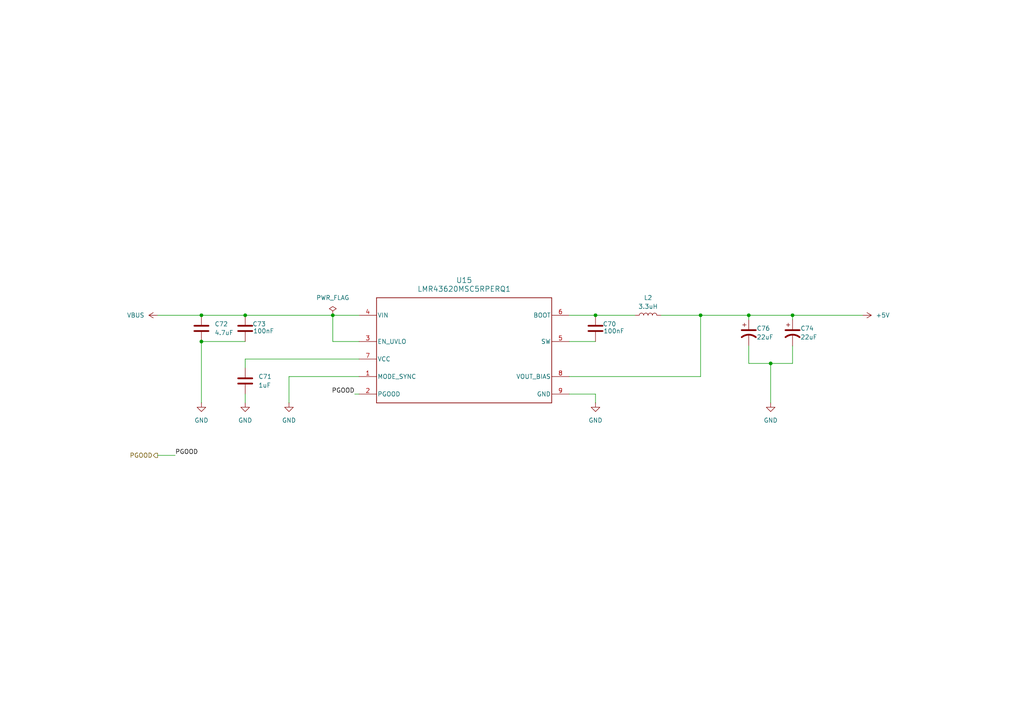
<source format=kicad_sch>
(kicad_sch (version 20250114) (generator "eeschema") (generator_version "9.0")
  (paper "A4")
  (title_block (title "Housekeeping supplies") (rev "1") (company "Solar Airplane") (comment 1 "Engineer: Ezzat Suhaime") (comment 2 "Reviewer:"))
  (lib_symbols
    (symbol "Device:C" (pin_numbers (hide yes)) (pin_names (offset 0.254))
      (property "Reference" "C" (at 0.635 2.54 0))
      (property "Value" "C" (at 0.635 -2.54 0))
      (symbol "C_0_1"
        (polyline (pts (xy -2.032 0.762) (xy 2.032 0.762)) (stroke (width 0.508)))
        (polyline (pts (xy -2.032 -0.762) (xy 2.032 -0.762)) (stroke (width 0.508)))
      )
      (symbol "C_1_1"
        (pin passive line (at 0 3.81 270) (length 2.794) (name "~") (number "1"))
        (pin passive line (at 0 -3.81 90) (length 2.794) (name "~") (number "2"))
      )
    )
    (symbol "Device:C_Polarized_US" (pin_numbers (hide yes)) (pin_names (offset 0.254) (hide yes))
      (property "Reference" "C" (at 0.635 2.54 0))
      (property "Value" "C_Polarized_US" (at 0.635 -2.54 0))
      (symbol "C_Polarized_US_0_1"
        (polyline (pts (xy -2.032 0.762) (xy 2.032 0.762)) (stroke (width 0.508)))
        (polyline (pts (xy -1.778 2.286) (xy -0.762 2.286)))
        (polyline (pts (xy -1.27 1.778) (xy -1.27 2.794)))
        (arc (start -2.032 -1.27) (mid 0 -0.5572) (end 2.032 -1.27) (stroke (width 0.508)))
      )
      (symbol "C_Polarized_US_1_1"
        (pin passive line (at 0 3.81 270) (length 2.794) (name "~") (number "1"))
        (pin passive line (at 0 -3.81 90) (length 3.302) (name "~") (number "2"))
      )
    )
    (symbol "Device:L" (pin_numbers (hide yes)) (pin_names (offset 1.016) (hide yes))
      (property "Reference" "L" (at -1.27 0 90))
      (property "Value" "L" (at 1.905 0 90))
      (symbol "L_0_1"
        (arc (start 0 2.54) (mid 0.6323 1.905) (end 0 1.27))
        (arc (start 0 1.27) (mid 0.6323 0.635) (end 0 0))
        (arc (start 0 0) (mid 0.6323 -0.635) (end 0 -1.27))
        (arc (start 0 -1.27) (mid 0.6323 -1.905) (end 0 -2.54))
      )
      (symbol "L_1_1"
        (pin passive line (at 0 3.81 270) (length 1.27) (name "1") (number "1"))
        (pin passive line (at 0 -3.81 90) (length 1.27) (name "2") (number "2"))
      )
    )
    (symbol "_LMR43620Q1:LMR43620MSC3RPERQ1" (pin_names (offset 0.254))
      (property "Reference" "U15" (at 30.48 10.16 0))
      (property "Value" "LMR43620MSC5RPERQ1" (at 30.48 7.62 0))
      (symbol "LMR43620MSC3RPERQ1_0_1"
        (polyline (pts (xy 5.08 5.08) (xy 5.08 -25.4)) (stroke (width 0.2032)))
        (polyline (pts (xy 5.08 -25.4) (xy 55.88 -25.4)) (stroke (width 0.2032)))
        (polyline (pts (xy 55.88 5.08) (xy 5.08 5.08)) (stroke (width 0.2032)))
        (polyline (pts (xy 55.88 -25.4) (xy 55.88 5.08)) (stroke (width 0.2032)))
        (pin power_in line (at 0 0 0) (length 5.08) (name "VIN") (number "4"))
        (pin input line (at 0 -7.62 0) (length 5.08) (name "EN_UVLO") (number "3"))
        (pin input line (at 0 -17.78 0) (length 5.08) (name "MODE_SYNC") (number "1"))
        (pin open_collector line (at 0 -22.86 0) (length 5.08) (name "PGOOD") (number "2"))
        (pin power_in line (at 60.96 -17.78 180) (length 5.08) (name "VOUT_BIAS") (number "8"))
        (pin power_in line (at 60.96 -22.86 180) (length 5.08) (name "GND") (number "9"))
      )
      (symbol "LMR43620MSC3RPERQ1_1_1"
        (pin passive line (at 0 -12.7 0) (length 5.08) (name "VCC") (number "7"))
        (pin passive line (at 60.96 0 180) (length 5.08) (name "BOOT") (number "6"))
        (pin passive line (at 60.96 -7.62 180) (length 5.08) (name "SW") (number "5"))
      )
    )
    (symbol "power:+5V" (power) (pin_numbers (hide yes)) (pin_names (offset 0) (hide yes))
      (property "Value" "+5V" (at 0 3.556 0))
      (symbol "+5V_0_1"
        (polyline (pts (xy -0.762 1.27) (xy 0 2.54)))
        (polyline (pts (xy 0 2.54) (xy 0.762 1.27)))
        (polyline (pts (xy 0 0) (xy 0 2.54)))
      )
      (symbol "+5V_1_1"
        (pin power_in line (at 0 0 90) (length 0) (name "~") (number "1"))
      )
    )
    (symbol "power:GND" (power) (pin_numbers (hide yes)) (pin_names (offset 0) (hide yes))
      (property "Value" "GND" (at 0 -3.81 0))
      (symbol "GND_0_1"
        (polyline (pts (xy 0 0) (xy 0 -1.27) (xy 1.27 -1.27) (xy 0 -2.54) (xy -1.27 -1.27) (xy 0 -1.27)))
      )
      (symbol "GND_1_1"
        (pin power_in line (at 0 0 270) (length 0) (name "~") (number "1"))
      )
    )
    (symbol "power:PWR_FLAG" (power) (pin_numbers (hide yes)) (pin_names (offset 0) (hide yes))
      (property "Value" "PWR_FLAG" (at 0 3.81 0))
      (symbol "PWR_FLAG_0_0"
        (pin power_out line (at 0 0 90) (length 0) (name "~") (number "1"))
      )
      (symbol "PWR_FLAG_0_1"
        (polyline (pts (xy 0 0) (xy 0 1.27) (xy -1.016 1.905) (xy 0 2.54) (xy 1.016 1.905) (xy 0 1.27)))
      )
    )
    (symbol "power:VBUS" (power) (pin_numbers (hide yes)) (pin_names (offset 0) (hide yes))
      (property "Value" "VBUS" (at 0 3.556 0))
      (symbol "VBUS_0_1"
        (polyline (pts (xy -0.762 1.27) (xy 0 2.54)))
        (polyline (pts (xy 0 2.54) (xy 0.762 1.27)))
        (polyline (pts (xy 0 0) (xy 0 2.54)))
      )
      (symbol "VBUS_1_1"
        (pin power_in line (at 0 0 90) (length 0) (name "~") (number "1"))
      )
    )
  )
  (junction (at 96.52 91.44))
  (junction (at 58.42 99.06))
  (junction (at 203.2 91.44))
  (junction (at 229.87 91.44))
  (junction (at 172.72 91.44))
  (junction (at 223.52 105.41))
  (junction (at 71.12 91.44))
  (junction (at 58.42 91.44))
  (junction (at 217.17 91.44))
  (wire (pts (xy 71.12 116.84) (xy 71.12 114.3)))
  (wire (pts (xy 71.12 104.14) (xy 71.12 106.68)))
  (wire (pts (xy 71.12 91.44) (xy 96.52 91.44)))
  (wire (pts (xy 172.72 114.3) (xy 172.72 116.84)))
  (wire (pts (xy 58.42 99.06) (xy 58.42 116.84)))
  (wire (pts (xy 217.17 105.41) (xy 223.52 105.41)))
  (wire (pts (xy 229.87 91.44) (xy 250.19 91.44)))
  (wire (pts (xy 102.87 114.3) (xy 104.14 114.3)))
  (wire (pts (xy 45.72 132.08) (xy 50.8 132.08)))
  (wire (pts (xy 165.1 99.06) (xy 172.72 99.06)))
  (wire (pts (xy 96.52 91.44) (xy 104.14 91.44)))
  (wire (pts (xy 83.82 109.22) (xy 83.82 116.84)))
  (wire (pts (xy 203.2 91.44) (xy 203.2 109.22)))
  (wire (pts (xy 229.87 92.71) (xy 229.87 91.44)))
  (wire (pts (xy 96.52 99.06) (xy 104.14 99.06)))
  (wire (pts (xy 58.42 91.44) (xy 71.12 91.44)))
  (wire (pts (xy 71.12 104.14) (xy 104.14 104.14)))
  (wire (pts (xy 83.82 109.22) (xy 104.14 109.22)))
  (wire (pts (xy 165.1 114.3) (xy 172.72 114.3)))
  (wire (pts (xy 172.72 91.44) (xy 184.15 91.44)))
  (wire (pts (xy 45.72 91.44) (xy 58.42 91.44)))
  (wire (pts (xy 217.17 92.71) (xy 217.17 91.44)))
  (wire (pts (xy 229.87 105.41) (xy 229.87 100.33)))
  (wire (pts (xy 217.17 91.44) (xy 229.87 91.44)))
  (wire (pts (xy 203.2 91.44) (xy 217.17 91.44)))
  (wire (pts (xy 165.1 109.22) (xy 203.2 109.22)))
  (wire (pts (xy 58.42 99.06) (xy 71.12 99.06)))
  (wire (pts (xy 217.17 105.41) (xy 217.17 100.33)))
  (wire (pts (xy 165.1 91.44) (xy 172.72 91.44)))
  (wire (pts (xy 96.52 91.44) (xy 96.52 99.06)))
  (wire (pts (xy 191.77 91.44) (xy 203.2 91.44)))
  (wire (pts (xy 223.52 105.41) (xy 223.52 116.84)))
  (wire (pts (xy 223.52 105.41) (xy 229.87 105.41)))
  (label "PGOOD" (at 102.87 114.3 180))
  (label "PGOOD" (at 50.8 132.08 0))
  (hierarchical_label "PGOOD" (shape output) (at 45.72 132.08 180))
  (symbol (lib_id "power:GND") (at 172.72 116.84 0) (unit 1)
    (property "Reference" "#PWR0117" (effects (hide yes)))
    (property "Value" "GND" (at 172.72 121.92 0))
    (property "Description" "Power symbol creates a global label with name \"GND\" , ground" (effects (hide yes)))
  )
  (symbol (lib_id "_LMR43620Q1:LMR43620MSC3RPERQ1") (at 104.14 91.44 0) (unit 1)
    (property "Reference" "U15" (at 134.62 81.28 0) (effects (font (size 1.524 1.524))))
    (property "Value" "LMR43620MSC5RPERQ1" (at 134.62 83.82 0) (effects (font (size 1.524 1.524))))
    (property "Footprint" "_Power_Board:RPE0009A-MFG" (effects (hide yes)))
    (property "Datasheet" "https://www.ti.com/lit/gpn/lmr43620-q1" (effects (hide yes)))
    (property "Description" "IC REG BUCK ADJ/5V 2A 9VQFN" (effects (hide yes)))
    (property "Mfr" "Texas Instruments" (effects (hide yes)))
    (property "Mfr P/N" "LMR43620MSC5RPERQ1" (effects (hide yes)))
    (property "Supplier_1" "Digikey" (effects (hide yes)))
    (property "Supplier_1 P/N" "296-LMR43620MSC5RPERQ1TR-ND" (effects (hide yes)))
    (property "Supplier_1 Unit Price" "3.81000" (effects (hide yes)))
    (property "Supplier_1 Price @ Qty" "1" (effects (hide yes)))
  )
  (symbol (lib_id "Device:C_Polarized_US") (at 217.17 96.52 0) (unit 1)
    (property "Reference" "C76" (at 219.456 95.25 0) (effects (justify left)))
    (property "Value" "22uF" (at 219.456 97.79 0) (effects (justify left)))
    (property "Footprint" "Capacitor_SMD:CP_Elec_6.3x5.9" (effects (hide yes)))
    (property "Datasheet" "https://industrial.panasonic.com/cdbs/www-data/pdf/RDD0000/ABA0000C1234.pdf" (effects (hide yes)))
    (property "Description" "CAP ALUM HYBRID 22UF 20% 50V SMD" (effects (hide yes)))
    (property "Mfr" "Panasonic Electronic Components" (effects (hide yes)))
    (property "Mfr P/N" "EEH-ZC1H220P" (effects (hide yes)))
    (property "Supplier_1" "Digikey" (effects (hide yes)))
    (property "Supplier_1 P/N" "P15463TR-ND" (effects (hide yes)))
    (property "Supplier_1 Unit Price" "0.83000" (effects (hide yes)))
    (property "Supplier_1 Price @ Qty" "1" (effects (hide yes)))
  )
  (symbol (lib_id "power:GND") (at 223.52 116.84 0) (unit 1)
    (property "Reference" "#PWR0122" (effects (hide yes)))
    (property "Value" "GND" (at 223.52 121.92 0))
    (property "Description" "Power symbol creates a global label with name \"GND\" , ground" (effects (hide yes)))
  )
  (symbol (lib_id "power:GND") (at 71.12 116.84 0) (unit 1)
    (property "Reference" "#PWR0118" (effects (hide yes)))
    (property "Value" "GND" (at 71.12 121.92 0))
    (property "Description" "Power symbol creates a global label with name \"GND\" , ground" (effects (hide yes)))
  )
  (symbol (lib_id "power:GND") (at 83.82 116.84 0) (unit 1)
    (property "Reference" "#PWR0121" (effects (hide yes)))
    (property "Value" "GND" (at 83.82 121.92 0))
    (property "Description" "Power symbol creates a global label with name \"GND\" , ground" (effects (hide yes)))
  )
  (symbol (lib_id "Device:L") (at 187.96 91.44 90) (unit 1)
    (property "Reference" "L2" (at 187.96 86.36 90))
    (property "Value" "3.3uH" (at 187.96 88.9 90))
    (property "Footprint" "Inductor_SMD:L_Bourns_SRN6045TA" (effects (hide yes)))
    (property "Datasheet" "https://www.bourns.com/docs/Product-Datasheets/SRN6045TA.pdf" (effects (hide yes)))
    (property "Description" "FIXED IND 3.3UH 5A 21 MOHM SMD" (effects (hide yes)))
    (property "Mfr" "Bourns Inc." (effects (hide yes)))
    (property "Mfr P/N" "SRN6045TA-3R3Y" (effects (hide yes)))
    (property "Supplier_1" "Digikey" (effects (hide yes)))
    (property "Supplier_1 P/N" "SRN6045TA-3R3YTR-ND" (effects (hide yes)))
    (property "Supplier_1 Unit Price" "0.45000" (effects (hide yes)))
    (property "Supplier_1 Price @ Qty" "1" (effects (hide yes)))
  )
  (symbol (lib_id "power:PWR_FLAG") (at 96.52 91.44 0) (unit 1)
    (property "Reference" "#FLG01" (effects (hide yes)))
    (property "Value" "PWR_FLAG" (at 96.52 86.36 0))
    (property "Description" "Special symbol for telling ERC where power comes from" (effects (hide yes)))
  )
  (symbol (lib_id "Device:C_Polarized_US") (at 229.87 96.52 0) (unit 1)
    (property "Reference" "C74" (at 232.156 95.25 0) (effects (justify left)))
    (property "Value" "22uF" (at 232.156 97.79 0) (effects (justify left)))
    (property "Footprint" "Capacitor_SMD:CP_Elec_6.3x5.9" (effects (hide yes)))
    (property "Datasheet" "https://industrial.panasonic.com/cdbs/www-data/pdf/RDD0000/ABA0000C1234.pdf" (effects (hide yes)))
    (property "Description" "CAP ALUM HYBRID 22UF 20% 50V SMD" (effects (hide yes)))
    (property "Mfr" "Panasonic Electronic Components" (effects (hide yes)))
    (property "Mfr P/N" "EEH-ZC1H220P" (effects (hide yes)))
    (property "Supplier_1" "Digikey" (effects (hide yes)))
    (property "Supplier_1 P/N" "P15463TR-ND" (effects (hide yes)))
    (property "Supplier_1 Unit Price" "0.83000" (effects (hide yes)))
    (property "Supplier_1 Price @ Qty" "1" (effects (hide yes)))
  )
  (symbol (lib_id "Device:C") (at 71.12 110.49 0) (unit 1)
    (property "Reference" "C71" (at 74.93 109.2199 0) (effects (justify left)))
    (property "Value" "1uF" (at 74.93 111.7599 0) (effects (justify left)))
    (property "Footprint" "Capacitor_SMD:C_0805_2012Metric" (effects (hide yes)))
    (property "Datasheet" "https://pim.murata.com/asset/pim4/ceramicCapacitorSMD/GCM21BR71H105KA03-01A-EN_PDF_CERAMICCAPACITORSMD?lastModifiedDatetime=20250813121157" (effects (hide yes)))
    (property "Description" "CAP CER 1UF 50V X7R 0805" (effects (hide yes)))
    (property "Mfr" "Murata Electronics" (effects (hide yes)))
    (property "Mfr P/N" "GCM21BR71H105KA03K" (effects (hide yes)))
    (property "Supplier_1" "Digikey" (effects (hide yes)))
    (property "Supplier_1 P/N" "490-13310-2-ND" (effects (hide yes)))
    (property "Supplier_1 Unit Price" "0.22000" (effects (hide yes)))
    (property "Supplier_1 Price @ Qty" "1" (effects (hide yes)))
  )
  (symbol (lib_id "Device:C") (at 71.12 95.25 0) (unit 1)
    (property "Reference" "C73" (at 75.184 93.98 0))
    (property "Value" "100nF" (at 76.454 96.012 0))
    (property "Footprint" "Capacitor_SMD:C_0603_1608Metric" (effects (hide yes)))
    (property "Datasheet" "https://datasheets.kyocera-avx.com/AutoMLCC.pdf" (effects (hide yes)))
    (property "Description" "CAP CER 0.1UF 50V X7R 0603" (effects (hide yes)))
    (property "Mfr" "KYOCERA AVX" (effects (hide yes)))
    (property "Mfr P/N" "06035C104K4T2A" (effects (hide yes)))
    (property "Supplier_1" "Digikey" (effects (hide yes)))
    (property "Supplier_1 P/N" "478-KAM15AR71H104KTTR-ND" (effects (hide yes)))
    (property "Supplier_1 Unit Price" "0.10000" (effects (hide yes)))
    (property "Supplier_1 Price @ Qty" "1" (effects (hide yes)))
  )
  (symbol (lib_id "power:GND") (at 58.42 116.84 0) (unit 1)
    (property "Reference" "#PWR0119" (effects (hide yes)))
    (property "Value" "GND" (at 58.42 121.92 0))
    (property "Description" "Power symbol creates a global label with name \"GND\" , ground" (effects (hide yes)))
  )
  (symbol (lib_id "power:+5V") (at 250.19 91.44 270) (unit 1)
    (property "Reference" "#PWR0120" (effects (hide yes)))
    (property "Value" "+5V" (at 254 91.4399 90) (effects (justify left)))
    (property "Description" "Power symbol creates a global label with name \"+5V\"" (effects (hide yes)))
  )
  (symbol (lib_id "Device:C") (at 172.72 95.25 0) (unit 1)
    (property "Reference" "C70" (at 176.784 93.98 0))
    (property "Value" "100nF" (at 178.054 96.012 0))
    (property "Footprint" "Capacitor_SMD:C_0603_1608Metric" (effects (hide yes)))
    (property "Datasheet" "https://datasheets.kyocera-avx.com/AutoMLCC.pdf" (effects (hide yes)))
    (property "Description" "CAP CER 0.1UF 50V X7R 0603" (effects (hide yes)))
    (property "Mfr" "KYOCERA AVX" (effects (hide yes)))
    (property "Mfr P/N" "06035C104K4T2A" (effects (hide yes)))
    (property "Supplier_1" "Digikey" (effects (hide yes)))
    (property "Supplier_1 P/N" "478-KAM15AR71H104KTTR-ND" (effects (hide yes)))
    (property "Supplier_1 Unit Price" "0.10000" (effects (hide yes)))
    (property "Supplier_1 Price @ Qty" "1" (effects (hide yes)))
  )
  (symbol (lib_id "Device:C") (at 58.42 95.25 0) (unit 1)
    (property "Reference" "C72" (at 62.23 93.9799 0) (effects (justify left)))
    (property "Value" "4.7uF" (at 62.23 96.5199 0) (effects (justify left)))
    (property "Footprint" "Capacitor_SMD:C_0805_2012Metric" (effects (hide yes)))
    (property "Datasheet" "https://search.murata.co.jp/Ceramy/image/img/A01X/G101/ENG/GRT21BR61H475KE13-01.pdf" (effects (hide yes)))
    (property "Description" "CAP CER 4.7UF 50V X5R 0805" (effects (hide yes)))
    (property "Mfr" "Murata Electronics" (effects (hide yes)))
    (property "Mfr P/N" "GRT21BR61H475KE13L" (effects (hide yes)))
    (property "Supplier_1" "Digikey" (effects (hide yes)))
    (property "Supplier_1 P/N" "490-12394-2-ND" (effects (hide yes)))
    (property "Supplier_1 Unit Price" "0.24000" (effects (hide yes)))
    (property "Supplier_1 Price @ Qty" "1" (effects (hide yes)))
  )
  (symbol (lib_id "power:VBUS") (at 45.72 91.44 90) (unit 1)
    (property "Reference" "#PWR0134" (effects (hide yes)))
    (property "Value" "VBUS" (at 41.91 91.4399 90) (effects (justify left)))
    (property "Description" "Power symbol creates a global label with name \"VBUS\"" (effects (hide yes)))
  )
)
</source>
